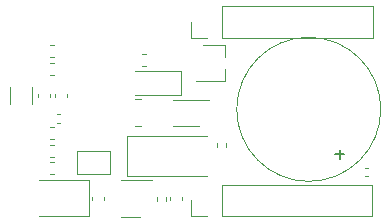
<source format=gbo>
%TF.GenerationSoftware,KiCad,Pcbnew,(6.0.7)*%
%TF.CreationDate,2022-08-25T13:01:18+08:00*%
%TF.ProjectId,T12_SolderingStationScreen,5431325f-536f-46c6-9465-72696e675374,rev?*%
%TF.SameCoordinates,Original*%
%TF.FileFunction,Legend,Bot*%
%TF.FilePolarity,Positive*%
%FSLAX45Y45*%
G04 Gerber Fmt 4.5, Leading zero omitted, Abs format (unit mm)*
G04 Created by KiCad (PCBNEW (6.0.7)) date 2022-08-25 13:01:18*
%MOMM*%
%LPD*%
G01*
G04 APERTURE LIST*
%ADD10C,0.150000*%
%ADD11C,0.120000*%
G04 APERTURE END LIST*
D10*
%TO.C,BZ1*%
X12323603Y-12768585D02*
X12323603Y-12844775D01*
X12361698Y-12806680D02*
X12285508Y-12806680D01*
D11*
%TO.C,C8*%
X10014220Y-12322898D02*
X10014220Y-12294782D01*
X9912220Y-12322898D02*
X9912220Y-12294782D01*
%TO.C,C2*%
X10985700Y-13167302D02*
X10985700Y-13195418D01*
X10883700Y-13167302D02*
X10883700Y-13195418D01*
%TO.C,C10*%
X10681418Y-11958120D02*
X10653302Y-11958120D01*
X10681418Y-12060120D02*
X10653302Y-12060120D01*
%TO.C,J2*%
X11328360Y-11819460D02*
X12604360Y-11819460D01*
X11328360Y-11553460D02*
X11328360Y-11819460D01*
X12604360Y-11553460D02*
X12604360Y-11819460D01*
X11068360Y-11819460D02*
X11201360Y-11819460D01*
X11068360Y-11686460D02*
X11068360Y-11819460D01*
X11328360Y-11553460D02*
X12604360Y-11553460D01*
%TO.C,R3*%
X12534776Y-12994540D02*
X12565504Y-12994540D01*
X12534776Y-12918540D02*
X12565504Y-12918540D01*
%TO.C,C12*%
X9902278Y-12725200D02*
X9874162Y-12725200D01*
X9902278Y-12827200D02*
X9874162Y-12827200D01*
%TO.C,Q1*%
X11352280Y-12187060D02*
X11352280Y-12087060D01*
X11350280Y-12188060D02*
X11107280Y-12188060D01*
X11352280Y-11882060D02*
X11167280Y-11882060D01*
X11352280Y-11987060D02*
X11352280Y-11882060D01*
%TO.C,R2*%
X11287860Y-12743304D02*
X11287860Y-12712576D01*
X11363860Y-12743304D02*
X11363860Y-12712576D01*
%TO.C,U2*%
X10913600Y-12563620D02*
X11133600Y-12563620D01*
X10913600Y-12343620D02*
X11213600Y-12343620D01*
%TO.C,C5*%
X9902278Y-11983920D02*
X9874162Y-11983920D01*
X9902278Y-11881920D02*
X9874162Y-11881920D01*
%TO.C,D1*%
X10979360Y-12302160D02*
X10589360Y-12302160D01*
X10979360Y-12102160D02*
X10589360Y-12102160D01*
X10979360Y-12102160D02*
X10979360Y-12302160D01*
%TO.C,C11*%
X9902278Y-12577880D02*
X9874162Y-12577880D01*
X9902278Y-12679880D02*
X9874162Y-12679880D01*
%TO.C,R4*%
X9958584Y-12544960D02*
X9927856Y-12544960D01*
X9958584Y-12468960D02*
X9927856Y-12468960D01*
%TO.C,U1*%
X10556240Y-13025360D02*
X10476240Y-13025360D01*
X10556240Y-13337360D02*
X10476240Y-13337360D01*
X10556240Y-13337360D02*
X10636240Y-13337360D01*
X10556240Y-13025360D02*
X10736240Y-13025360D01*
%TO.C,JP1*%
X10101280Y-12975260D02*
X10381280Y-12975260D01*
X10381280Y-12975260D02*
X10381280Y-12775260D01*
X10381280Y-12775260D02*
X10101280Y-12775260D01*
X10101280Y-12775260D02*
X10101280Y-12975260D01*
%TO.C,R1*%
X10850780Y-13170876D02*
X10850780Y-13201604D01*
X10774780Y-13170876D02*
X10774780Y-13201604D01*
%TO.C,C7*%
X9715060Y-12379965D02*
X9715060Y-12237715D01*
X9533060Y-12379965D02*
X9533060Y-12237715D01*
%TO.C,C9*%
X9868100Y-12322898D02*
X9868100Y-12294782D01*
X9766100Y-12322898D02*
X9766100Y-12294782D01*
%TO.C,BZ1*%
X12672460Y-12425680D02*
G75*
G03*
X12672460Y-12425680I-610000J0D01*
G01*
%TO.C,C13*%
X9902278Y-12974520D02*
X9874162Y-12974520D01*
X9902278Y-12872520D02*
X9874162Y-12872520D01*
%TO.C,C3*%
X9781800Y-13026520D02*
X10202800Y-13026520D01*
X10202800Y-13328520D02*
X9781800Y-13328520D01*
X10202800Y-13026520D02*
X10202800Y-13328520D01*
%TO.C,J1*%
X12601820Y-13064800D02*
X12601820Y-13330800D01*
X11325820Y-13064800D02*
X11325820Y-13330800D01*
X11065820Y-13197800D02*
X11065820Y-13330800D01*
X11065820Y-13330800D02*
X11198820Y-13330800D01*
X11325820Y-13330800D02*
X12601820Y-13330800D01*
X11325820Y-13064800D02*
X12601820Y-13064800D01*
%TO.C,C1*%
X10522860Y-12990380D02*
X10522860Y-12648380D01*
X11198860Y-12990380D02*
X10522860Y-12990380D01*
X10522860Y-12648380D02*
X11198860Y-12648380D01*
%TO.C,RN1*%
X10644360Y-12567620D02*
X10594360Y-12567620D01*
X10644360Y-12339620D02*
X10594360Y-12339620D01*
%TO.C,C6*%
X9902278Y-12031780D02*
X9874162Y-12031780D01*
X9902278Y-12133780D02*
X9874162Y-12133780D01*
%TO.C,C4*%
X10327840Y-13167302D02*
X10327840Y-13195418D01*
X10225840Y-13167302D02*
X10225840Y-13195418D01*
%TD*%
M02*

</source>
